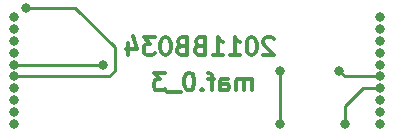
<source format=gbr>
G04 #@! TF.GenerationSoftware,KiCad,Pcbnew,(5.0.0)*
G04 #@! TF.CreationDate,2019-03-20T16:37:46+03:00*
G04 #@! TF.ProjectId,can_adapter,63616E5F616461707465722E6B696361,rev?*
G04 #@! TF.SameCoordinates,Original*
G04 #@! TF.FileFunction,Copper,L2,Bot,Signal*
G04 #@! TF.FilePolarity,Positive*
%FSLAX46Y46*%
G04 Gerber Fmt 4.6, Leading zero omitted, Abs format (unit mm)*
G04 Created by KiCad (PCBNEW (5.0.0)) date 03/20/19 16:37:46*
%MOMM*%
%LPD*%
G01*
G04 APERTURE LIST*
G04 #@! TA.AperFunction,NonConductor*
%ADD10C,0.300000*%
G04 #@! TD*
G04 #@! TA.AperFunction,ComponentPad*
%ADD11C,0.800000*%
G04 #@! TD*
G04 #@! TA.AperFunction,ViaPad*
%ADD12C,0.800000*%
G04 #@! TD*
G04 #@! TA.AperFunction,Conductor*
%ADD13C,0.250000*%
G04 #@! TD*
G04 APERTURE END LIST*
D10*
X180607142Y-56178571D02*
X180607142Y-55178571D01*
X180607142Y-55321428D02*
X180535714Y-55250000D01*
X180392857Y-55178571D01*
X180178571Y-55178571D01*
X180035714Y-55250000D01*
X179964285Y-55392857D01*
X179964285Y-56178571D01*
X179964285Y-55392857D02*
X179892857Y-55250000D01*
X179750000Y-55178571D01*
X179535714Y-55178571D01*
X179392857Y-55250000D01*
X179321428Y-55392857D01*
X179321428Y-56178571D01*
X177964285Y-56178571D02*
X177964285Y-55392857D01*
X178035714Y-55250000D01*
X178178571Y-55178571D01*
X178464285Y-55178571D01*
X178607142Y-55250000D01*
X177964285Y-56107142D02*
X178107142Y-56178571D01*
X178464285Y-56178571D01*
X178607142Y-56107142D01*
X178678571Y-55964285D01*
X178678571Y-55821428D01*
X178607142Y-55678571D01*
X178464285Y-55607142D01*
X178107142Y-55607142D01*
X177964285Y-55535714D01*
X177464285Y-55178571D02*
X176892857Y-55178571D01*
X177250000Y-56178571D02*
X177250000Y-54892857D01*
X177178571Y-54750000D01*
X177035714Y-54678571D01*
X176892857Y-54678571D01*
X176392857Y-56035714D02*
X176321428Y-56107142D01*
X176392857Y-56178571D01*
X176464285Y-56107142D01*
X176392857Y-56035714D01*
X176392857Y-56178571D01*
X175392857Y-54678571D02*
X175250000Y-54678571D01*
X175107142Y-54750000D01*
X175035714Y-54821428D01*
X174964285Y-54964285D01*
X174892857Y-55250000D01*
X174892857Y-55607142D01*
X174964285Y-55892857D01*
X175035714Y-56035714D01*
X175107142Y-56107142D01*
X175250000Y-56178571D01*
X175392857Y-56178571D01*
X175535714Y-56107142D01*
X175607142Y-56035714D01*
X175678571Y-55892857D01*
X175750000Y-55607142D01*
X175750000Y-55250000D01*
X175678571Y-54964285D01*
X175607142Y-54821428D01*
X175535714Y-54750000D01*
X175392857Y-54678571D01*
X174607142Y-56321428D02*
X173464285Y-56321428D01*
X173250000Y-54678571D02*
X172321428Y-54678571D01*
X172821428Y-55250000D01*
X172607142Y-55250000D01*
X172464285Y-55321428D01*
X172392857Y-55392857D01*
X172321428Y-55535714D01*
X172321428Y-55892857D01*
X172392857Y-56035714D01*
X172464285Y-56107142D01*
X172607142Y-56178571D01*
X173035714Y-56178571D01*
X173178571Y-56107142D01*
X173250000Y-56035714D01*
X182464285Y-51821428D02*
X182392857Y-51750000D01*
X182250000Y-51678571D01*
X181892857Y-51678571D01*
X181750000Y-51750000D01*
X181678571Y-51821428D01*
X181607142Y-51964285D01*
X181607142Y-52107142D01*
X181678571Y-52321428D01*
X182535714Y-53178571D01*
X181607142Y-53178571D01*
X180678571Y-51678571D02*
X180535714Y-51678571D01*
X180392857Y-51750000D01*
X180321428Y-51821428D01*
X180250000Y-51964285D01*
X180178571Y-52250000D01*
X180178571Y-52607142D01*
X180250000Y-52892857D01*
X180321428Y-53035714D01*
X180392857Y-53107142D01*
X180535714Y-53178571D01*
X180678571Y-53178571D01*
X180821428Y-53107142D01*
X180892857Y-53035714D01*
X180964285Y-52892857D01*
X181035714Y-52607142D01*
X181035714Y-52250000D01*
X180964285Y-51964285D01*
X180892857Y-51821428D01*
X180821428Y-51750000D01*
X180678571Y-51678571D01*
X178750000Y-53178571D02*
X179607142Y-53178571D01*
X179178571Y-53178571D02*
X179178571Y-51678571D01*
X179321428Y-51892857D01*
X179464285Y-52035714D01*
X179607142Y-52107142D01*
X177321428Y-53178571D02*
X178178571Y-53178571D01*
X177750000Y-53178571D02*
X177750000Y-51678571D01*
X177892857Y-51892857D01*
X178035714Y-52035714D01*
X178178571Y-52107142D01*
X176178571Y-52392857D02*
X175964285Y-52464285D01*
X175892857Y-52535714D01*
X175821428Y-52678571D01*
X175821428Y-52892857D01*
X175892857Y-53035714D01*
X175964285Y-53107142D01*
X176107142Y-53178571D01*
X176678571Y-53178571D01*
X176678571Y-51678571D01*
X176178571Y-51678571D01*
X176035714Y-51750000D01*
X175964285Y-51821428D01*
X175892857Y-51964285D01*
X175892857Y-52107142D01*
X175964285Y-52250000D01*
X176035714Y-52321428D01*
X176178571Y-52392857D01*
X176678571Y-52392857D01*
X174678571Y-52392857D02*
X174464285Y-52464285D01*
X174392857Y-52535714D01*
X174321428Y-52678571D01*
X174321428Y-52892857D01*
X174392857Y-53035714D01*
X174464285Y-53107142D01*
X174607142Y-53178571D01*
X175178571Y-53178571D01*
X175178571Y-51678571D01*
X174678571Y-51678571D01*
X174535714Y-51750000D01*
X174464285Y-51821428D01*
X174392857Y-51964285D01*
X174392857Y-52107142D01*
X174464285Y-52250000D01*
X174535714Y-52321428D01*
X174678571Y-52392857D01*
X175178571Y-52392857D01*
X173392857Y-51678571D02*
X173250000Y-51678571D01*
X173107142Y-51750000D01*
X173035714Y-51821428D01*
X172964285Y-51964285D01*
X172892857Y-52250000D01*
X172892857Y-52607142D01*
X172964285Y-52892857D01*
X173035714Y-53035714D01*
X173107142Y-53107142D01*
X173250000Y-53178571D01*
X173392857Y-53178571D01*
X173535714Y-53107142D01*
X173607142Y-53035714D01*
X173678571Y-52892857D01*
X173750000Y-52607142D01*
X173750000Y-52250000D01*
X173678571Y-51964285D01*
X173607142Y-51821428D01*
X173535714Y-51750000D01*
X173392857Y-51678571D01*
X172392857Y-51678571D02*
X171464285Y-51678571D01*
X171964285Y-52250000D01*
X171750000Y-52250000D01*
X171607142Y-52321428D01*
X171535714Y-52392857D01*
X171464285Y-52535714D01*
X171464285Y-52892857D01*
X171535714Y-53035714D01*
X171607142Y-53107142D01*
X171750000Y-53178571D01*
X172178571Y-53178571D01*
X172321428Y-53107142D01*
X172392857Y-53035714D01*
X170178571Y-52178571D02*
X170178571Y-53178571D01*
X170535714Y-51607142D02*
X170892857Y-52678571D01*
X169964285Y-52678571D01*
D11*
G04 #@! TO.P,A1,10B*
G04 #@! TO.N,Net-(A1-Pad10B)*
X191500000Y-50000000D03*
G04 #@! TO.P,A1,9B*
G04 #@! TO.N,Net-(A1-Pad8B)*
X191500000Y-51000000D03*
G04 #@! TO.P,A1,8B*
X191500000Y-52000000D03*
G04 #@! TO.P,A1,7B*
G04 #@! TO.N,Net-(A1-Pad7B)*
X191500000Y-53000000D03*
G04 #@! TO.P,A1,6B*
G04 #@! TO.N,Net-(A1-Pad6B)*
X191500000Y-54000000D03*
G04 #@! TO.P,A1,5B*
G04 #@! TO.N,Net-(A1-Pad5B)*
X191500000Y-55000000D03*
G04 #@! TO.P,A1,4B*
G04 #@! TO.N,Net-(A1-Pad4B)*
X191500000Y-56000000D03*
G04 #@! TO.P,A1,3B*
G04 #@! TO.N,Net-(A1-Pad2B)*
X191500000Y-57000000D03*
G04 #@! TO.P,A1,2B*
X191500000Y-58000000D03*
G04 #@! TO.P,A1,10A*
G04 #@! TO.N,Net-(A1-Pad10A)*
X160500000Y-59000000D03*
G04 #@! TO.P,A1,9A*
G04 #@! TO.N,Net-(A1-Pad9A)*
X160500000Y-58000000D03*
G04 #@! TO.P,A1,8A*
G04 #@! TO.N,Net-(A1-Pad7A)*
X160500000Y-57000000D03*
G04 #@! TO.P,A1,7A*
X160500000Y-56000000D03*
G04 #@! TO.P,A1,6A*
G04 #@! TO.N,Net-(A1-Pad6A)*
X160500000Y-55000000D03*
G04 #@! TO.P,A1,5A*
G04 #@! TO.N,Net-(A1-Pad5A)*
X160500000Y-54000000D03*
G04 #@! TO.P,A1,4A*
G04 #@! TO.N,Net-(A1-Pad4A)*
X160500000Y-53000000D03*
G04 #@! TO.P,A1,3A*
G04 #@! TO.N,Net-(A1-Pad2A)*
X160500000Y-52000000D03*
G04 #@! TO.P,A1,2A*
X160500000Y-51000000D03*
G04 #@! TO.P,A1,1B*
G04 #@! TO.N,Net-(A1-Pad1B)*
X191500000Y-59000000D03*
G04 #@! TO.P,A1,1A*
G04 #@! TO.N,Net-(A1-Pad1A)*
X160500000Y-50000000D03*
G04 #@! TD*
D12*
G04 #@! TO.N,Net-(A1-Pad5A)*
X168000000Y-54000000D03*
G04 #@! TO.N,Net-(A1-Pad5B)*
X188000000Y-54500000D03*
G04 #@! TO.N,Net-(A1-Pad4B)*
X188500000Y-59000000D03*
G04 #@! TO.N,Net-(A1-Pad6A)*
X161500000Y-49175000D03*
G04 #@! TO.N,Net-(HL3-Pad1)*
X183000000Y-59035000D03*
X183000000Y-54500000D03*
G04 #@! TD*
D13*
G04 #@! TO.N,Net-(A1-Pad5A)*
X168000000Y-54000000D02*
X160500000Y-54000000D01*
G04 #@! TO.N,Net-(A1-Pad5B)*
X191500000Y-55000000D02*
X188500000Y-55000000D01*
X188500000Y-55000000D02*
X188000000Y-54500000D01*
G04 #@! TO.N,Net-(A1-Pad4B)*
X191500000Y-56000000D02*
X190000000Y-56000000D01*
X190000000Y-56000000D02*
X188500000Y-57500000D01*
X188500000Y-57500000D02*
X188500000Y-59000000D01*
G04 #@! TO.N,Net-(A1-Pad6A)*
X165675000Y-49175000D02*
X161500000Y-49175000D01*
X169000000Y-52500000D02*
X165675000Y-49175000D01*
X169000000Y-54500000D02*
X169000000Y-52500000D01*
X168500000Y-55000000D02*
X169000000Y-54500000D01*
X160500000Y-55000000D02*
X168500000Y-55000000D01*
G04 #@! TO.N,Net-(HL3-Pad1)*
X183000000Y-59035000D02*
X183000000Y-54500000D01*
G04 #@! TD*
M02*

</source>
